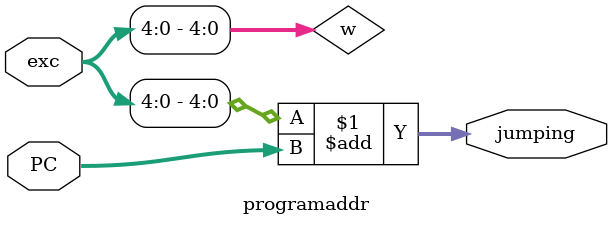
<source format=v>
module execute(
input RegWrite,
input [1:0] ResultSrc, // Control unit inputs
input MemWrite,
input Jump,
input branch ,
input [3:0] ALUControl,
input ALUSrc,
input [31:0] RD1E, RD2E, // Register file inputs
input [31:0] immext,
input [4:0] currentaddress,nxtadd,Rde,
input clk,reset,


output branchchoice,
output regwitem,
output memwritem,
output [1:0] resultsrcm,
output [31:0] solm,regdatam,
output [4:0] nxtaddoutm,Rdm,jumping,
output [31:0] regdata,
output zero_flag, Neg_flag,

input [1:0] ForwardAE, ForwardBE,
input [31:0] Memoeyregvalue,Writeregvalue,
output [31:0] Bout,Aout

);
 wire [31:0] Bin,sol,solfinal;
 wire optionsel;
 
//mux3to1 m1
//mux3to1 m2
assign optionsel=ResultSrc[0]&ResultSrc[1];
mux2to1 m3(RD2E,immext,ALUSrc,Bin);

mux3to1  m4(RD1E,Memoeyregvalue,Writeregvalue,ForwardAE,Aout);
mux3to1  m5(Bin,Memoeyregvalue,Writeregvalue,ForwardBE,Bout);

//ALUREG m4(Bin,clk,Bout);
//ALUREG m5(RD1E,clk,Aout);
ALU m6(ALUControl,Aout,Bout,sol,zero_flag, Neg_flag);
mux2to1 m9(sol,immext,optionsel,solfinal);
//programaddr m7(currentaddress,immext,jumping);
assign branchchoice= branch;

instructionreg3 m8(clk,reset,
immext,
 RegWrite,
   ResultSrc, // Control unit inputs
 MemWrite,
 Rde,nxtadd,
solfinal,RD2E,	 
 nxtaddoutm,Rdm,
 solm,regdatam,	 
 regwitem,
 resultsrcm, // Control unit inputs
 memwritem,
 regdata);

endmodule

module mux3to1(
    input [31:0] A,
    input [31:0] B,
    input [31:0] C,
    input [1:0] choice,
    output reg [31:0] data
);

always @(*)
begin
    case (choice)
        2'b00: data = A;
        2'b01: data = B;
        2'b10: data = C;
    endcase
end

endmodule


module mux2to1(
    input [31:0] A,
    input [31:0] B,
    input choice,
    output reg [31:0] data
);

always @(*)
begin
    if (!choice)
        data = A;
    else
        data = B;
end

endmodule






module instructionreg3(

input clk,reset,
input [31:0] immext,
input RegWrite,
 input [1:0] ResultSrc, // Control unit inputs
 input MemWrite,
input [4:0] Rde,nxtadd,
input [31:0] sol,regdata,	 
output reg[4:0] nxtaddout,Rdm,
output reg [31:0] solm,regdatam,	 
output reg RegWritem,
 output reg [1:0] ResultSrcm, // Control unit inputs
 output reg MemWritem,
 output reg [31:0] regdatawrite
);

always@(posedge clk or posedge reset)
begin
if (reset)
begin

nxtaddout<=0;
Rdm<=0;
solm<=0;
regdatam <=  0;
RegWritem <= 0;
ResultSrcm <= 0;
MemWritem <= 0;
regdatawrite<=0;
end
else
begin
nxtaddout<=nxtadd;
Rdm<=Rde;
solm<=sol;
regdatam <=  regdata;
RegWritem <= RegWrite;
ResultSrcm <= ResultSrc;
MemWritem <= MemWrite;
regdatawrite<=immext;

end

end




endmodule















module ALU(
input [3:0] ALUcontrol,
input [31:0] A,B,

output reg [31:0] sol,
output reg zero_flag,Neg_flag
);

always@(*)
begin

case(ALUcontrol)
4'b0000:sol=A+B;
4'b0001:sol=A-B;
4'b0010:sol=A&B;
4'b0011:sol=A|B;
4'b0100:sol=A^B;
4'b0101:sol=A<B;
4'b0110:sol=A>>>B;
4'b0111:sol=A>>B;
default:sol=0;

endcase
zero_flag = (sol == 32'b00000000_00000000_00000000_00000000)?1:0;
Neg_flag = (sol[31]==1)?1:0;
end
endmodule





module ALUREG(

input [31:0] data,
input clk,
output reg [31:0] dataout
);


always@(posedge clk)
begin

dataout<=data;

end





endmodule





module programaddr(input [4:0] PC,input [31:0] exc,output [4:0] jumping);
wire [4:0] w;
assign w= exc[4:0];
assign jumping=w+PC;


endmodule


</source>
